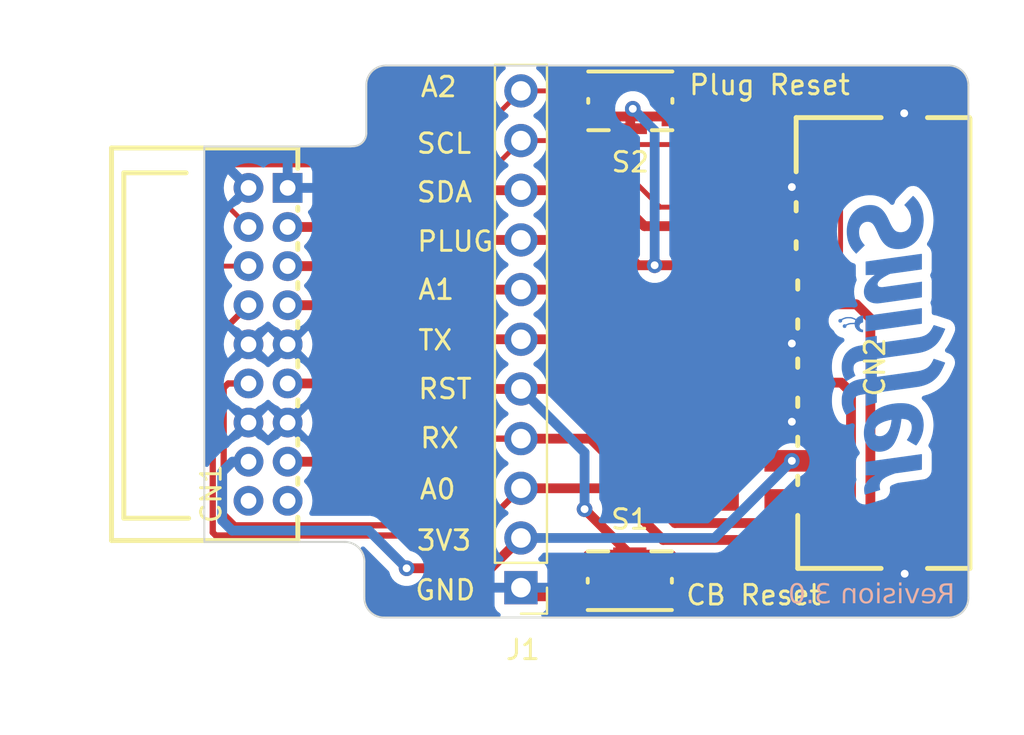
<source format=kicad_pcb>
(kicad_pcb (version 20221018) (generator pcbnew)
  (layers (0 "F.Cu" signal) (31 "B.Cu" signal) (34 "B.Paste" user) (35 "F.Paste" user) (36 "B.SilkS" user "B.Silkscreen") (37 "F.SilkS" user "F.Silkscreen") (38 "B.Mask" user) (39 "F.Mask" user) (44 "Edge.Cuts" user))
  (net 0 "")
  (net 3 "/RST")
  (net 4 "/3V3")
  (net 5 "GND")
  (net 6 "/SCL")
  (net 7 "/SDA")
  (net 8 "/A2")
  (net 9 "/PLUG")
  (net 10 "/A0")
  (net 11 "/A1")
  (net 12 "/RX")
  (net 13 "/TX")
  (footprint "Connector_PinHeader_2.54mm:PinHeader_1x11_P2.54mm_Vertical" (layer "F.Cu") (at 139.3698 67.31 180)
    (fp_text reference "J1")
    (fp_text value "Conn_01x11_Pin")
  )
  (footprint "DOWNLOADED:435441019830" (layer "F.Cu") (at 144.9578 42.418 180)
    (property "VALUE" "435441019830")
    (fp_text reference "S2")
    (fp_text value "435441019830")
  )
  (footprint "EASYEDA2KICAD:CONN-TH_X2026WR-2-09-N0SN" (layer "F.Cu") (at 126.4487 54.869 -90)
    (fp_text reference "CN1")
    (fp_text value "X2026WRS-2X09D-LPSW")
  )
  (footprint "EASYEDA2KICAD:CONN-SMD_X2026WRS-2X09D-LPSW" (layer "F.Cu") (at 154.0328 54.8254 90)
    (fp_text reference "CN2")
    (fp_text value "X2026WRS-2X09D-LPSW")
  )
  (footprint "DOWNLOADED:435441019830" (layer "F.Cu") (at 144.9324 66.9532)
    (property "VALUE" "435441019830")
    (fp_text reference "S1")
    (fp_text value "435441019830")
  )
  (footprint "LOGO" (layer "B.Cu") (at 158.2674 54.9148 -90)
    (fp_text reference "G***" hide)
    (fp_text value "LOGO" hide)
  )
  (gr_line (start 123.19 64.9732) (end 130.372948 64.9732) (stroke (width 0.1)) (layer "Edge.Cuts"))
  (gr_line (start 132.4704 40.6146) (end 161.2298 40.6146) (stroke (width 0.1)) (layer "Edge.Cuts"))
  (gr_line (start 130.836638 44.73953) (end 130.6576 44.7548) (stroke (width 0.1)) (layer "Edge.Cuts"))
  (gr_arc (start 130.372948 64.9732) (mid 131.080512 65.266551) (end 131.372947 65.974493) (stroke (width 0.1)) (layer "Edge.Cuts"))
  (gr_line (start 131.372947 65.974493) (end 131.370545 67.832258) (stroke (width 0.1)) (layer "Edge.Cuts"))
  (gr_arc (start 131.470399 44.0817) (mid 131.281685 44.534092) (end 130.836638 44.73953) (stroke (width 0.1)) (layer "Edge.Cuts"))
  (gr_line (start 132.370544 68.834) (end 161.2298 68.834) (stroke (width 0.1)) (layer "Edge.Cuts"))
  (gr_arc (start 161.2298 40.6146) (mid 161.936907 40.907493) (end 162.2298 41.6146) (stroke (width 0.1)) (layer "Edge.Cuts"))
  (gr_line (start 131.4704 41.6146) (end 131.4704 44.0817) (stroke (width 0.1)) (layer "Edge.Cuts"))
  (gr_line (start 123.19 44.7548) (end 130.6576 44.7548) (stroke (width 0.1)) (layer "Edge.Cuts"))
  (gr_arc (start 162.2298 67.834) (mid 161.936907 68.541107) (end 161.2298 68.834) (stroke (width 0.1)) (layer "Edge.Cuts"))
  (gr_line (start 162.2298 41.6146) (end 162.2298 67.834) (stroke (width 0.1)) (layer "Edge.Cuts"))
  (gr_arc (start 131.4704 41.6146) (mid 131.763293 40.907493) (end 132.4704 40.6146) (stroke (width 0.1)) (layer "Edge.Cuts"))
  (gr_line (start 123.19 44.7548) (end 123.19 64.9732) (stroke (width 0.1)) (layer "Edge.Cuts"))
  (gr_arc (start 132.370544 68.834) (mid 131.662822 68.540491) (end 131.370545 67.832258) (stroke (width 0.1)) (layer "Edge.Cuts"))
  (gr_text "Revision 3.0" (at 161.544 68.2752) (layer "B.SilkS") (effects (font (size 1 1)) (justify left bottom mirror)))
  (gr_text "3V3" (at 133.9596 65.4812) (layer "F.SilkS") (effects (font (size 1 1)) (justify left bottom)))
  (gr_text "CB Reset" (at 147.7264 68.2752) (layer "F.SilkS") (effects (font (size 1 1)) (justify left bottom)))
  (gr_text "TX" (at 134.0358 55.245) (layer "F.SilkS") (effects (font (size 1 1)) (justify left bottom)))
  (gr_text "PLUG" (at 133.985 50.1904) (layer "F.SilkS") (effects (font (size 1 1)) (justify left bottom)))
  (gr_text "RST\n" (at 134.0358 57.7342) (layer "F.SilkS") (effects (font (size 1 1)) (justify left bottom)))
  (gr_text "A2" (at 134.1628 42.291) (layer "F.SilkS") (effects (font (size 1 1)) (justify left bottom)))
  (gr_text "A0\n" (at 134.112 62.865) (layer "F.SilkS") (effects (font (size 1 1)) (justify left bottom)))
  (gr_text "Plug Reset" (at 147.8788 42.1894) (layer "F.SilkS") (effects (font (size 1 1)) (justify left bottom)))
  (gr_text "SDA" (at 133.9596 47.6758) (layer "F.SilkS") (effects (font (size 1 1)) (justify left bottom)))
  (gr_text "GND" (at 133.8834 68.0212) (layer "F.SilkS") (effects (font (size 1 1)) (justify left bottom)))
  (gr_text "A1" (at 134.0358 52.6542) (layer "F.SilkS") (effects (font (size 1 1)) (justify left bottom)))
  (gr_text "SCL\n" (at 133.9596 45.1866) (layer "F.SilkS") (effects (font (size 1 1)) (justify left bottom)))
  (gr_text "RX" (at 134.1374 60.2488) (layer "F.SilkS") (effects (font (size 1 1)) (justify left bottom)))
  (segment (start 145.89 60.8254) (end 142.2146 57.15) (width 0.5) (layer "F.Cu") (net 3))
  (segment (start 149.1028 60.8254) (end 145.89 60.8254) (width 0.5) (layer "F.Cu") (net 3))
  (segment (start 142.8824 65.7468) (end 146.9824 65.7468) (width 0.75) (layer "F.Cu") (net 3))
  (segment (start 142.2146 57.15) (end 139.3698 57.15) (width 0.5) (layer "F.Cu") (net 3))
  (segment (start 132.4716 60.869) (end 127.9567 60.869) (width 0.5) (layer "F.Cu") (net 3))
  (segment (start 144.8524 65.5282) (end 142.621 63.2968) (width 0.5) (layer "F.Cu") (net 3))
  (segment (start 136.2202 57.15) (end 132.4864 60.8838) (width 0.5) (layer "F.Cu") (net 3))
  (segment (start 139.3698 57.15) (end 136.2202 57.15) (width 0.5) (layer "F.Cu") (net 3))
  (segment (start 132.4864 60.8838) (end 132.4716 60.869) (width 0.5) (layer "F.Cu") (net 3))
  (segment (start 144.9324 65.5282) (end 144.8524 65.5282) (width 0.5) (layer "F.Cu") (net 3))
  (via (at 142.621 63.2968) (size 0.8) (drill 0.4) (layers "F.Cu" "B.Cu") (net 3))
  (segment (start 142.621 63.2968) (end 142.621 60.4012) (width 0.5) (layer "B.Cu") (net 3))
  (segment (start 142.621 60.4012) (end 139.3698 57.15) (width 0.5) (layer "B.Cu") (net 3))
  (segment (start 137.8204 66.3194) (end 133.5278 66.3194) (width 0.5) (layer "F.Cu") (net 4))
  (segment (start 139.3698 64.77) (end 137.8204 66.3194) (width 0.5) (layer "F.Cu") (net 4))
  (via (at 133.5278 66.3194) (size 0.8) (drill 0.4) (layers "F.Cu" "B.Cu") (net 4))
  (via (at 153.2128 60.8254) (size 0.8) (drill 0.4) (layers "F.Cu" "B.Cu") (net 4))
  (segment (start 139.3698 64.77) (end 149.2682 64.77) (width 0.5) (layer "B.Cu") (net 4))
  (segment (start 124.1044 63.881) (end 124.6124 64.389) (width 0.5) (layer "B.Cu") (net 4))
  (segment (start 124.1044 61.3918) (end 124.1044 63.881) (width 0.5) (layer "B.Cu") (net 4))
  (segment (start 131.5974 64.389) (end 133.5278 66.3194) (width 0.5) (layer "B.Cu") (net 4))
  (segment (start 124.6124 64.389) (end 131.5974 64.389) (width 0.5) (layer "B.Cu") (net 4))
  (segment (start 125.9567 60.869) (end 124.6272 60.869) (width 0.5) (layer "B.Cu") (net 4))
  (segment (start 124.6272 60.869) (end 124.1044 61.3918) (width 0.5) (layer "B.Cu") (net 4))
  (segment (start 149.2682 64.77) (end 153.2128 60.8254) (width 0.5) (layer "B.Cu") (net 4))
  (segment (start 142.8824 67.7532) (end 146.9824 67.7532) (width 0.5) (layer "F.Cu") (net 5))
  (segment (start 158.9608 43.0454) (end 158.9532 43.053) (width 0.25) (layer "F.Cu") (net 5))
  (segment (start 157.5354 41.618) (end 158.9628 43.0454) (width 0.5) (layer "F.Cu") (net 5))
  (segment (start 142.8824 67.7532) (end 139.813 67.7532) (width 0.5) (layer "F.Cu") (net 5))
  (segment (start 153.2128 54.8254) (end 149.1028 54.8254) (width 1) (layer "F.Cu") (net 5))
  (segment (start 139.813 67.7532) (end 139.3698 67.31) (width 0.5) (layer "F.Cu") (net 5))
  (segment (start 142.9078 41.618) (end 147.0078 41.618) (width 0.5) (layer "F.Cu") (net 5))
  (segment (start 158.9628 43.0454) (end 158.9608 43.0454) (width 0.25) (layer "F.Cu") (net 5))
  (segment (start 153.2128 58.8254) (end 149.1028 58.8254) (width 1) (layer "F.Cu") (net 5))
  (segment (start 157.815 67.7532) (end 158.9628 66.6054) (width 0.5) (layer "F.Cu") (net 5))
  (segment (start 158.9628 66.6054) (end 158.972 66.6054) (width 0.25) (layer "F.Cu") (net 5))
  (segment (start 158.972 66.6054) (end 158.9786 66.5988) (width 0.25) (layer "F.Cu") (net 5))
  (segment (start 147.0078 41.618) (end 157.5354 41.618) (width 0.5) (layer "F.Cu") (net 5))
  (segment (start 149.1028 46.8254) (end 153.2128 46.8254) (width 0.75) (layer "F.Cu") (net 5))
  (segment (start 146.9824 67.7532) (end 157.815 67.7532) (width 0.5) (layer "F.Cu") (net 5))
  (via (at 153.2128 46.8254) (size 0.8) (drill 0.4) (layers "F.Cu" "B.Cu") (net 5))
  (via (at 153.2128 54.8254) (size 0.8) (drill 0.4) (layers "F.Cu" "B.Cu") (net 5))
  (via (at 158.9786 66.5988) (size 0.8) (drill 0.4) (layers "F.Cu" "B.Cu") (net 5))
  (via (at 158.9532 43.053) (size 0.8) (drill 0.4) (layers "F.Cu" "B.Cu") (net 5))
  (via (at 153.2128 58.8254) (size 0.8) (drill 0.4) (layers "F.Cu" "B.Cu") (net 5))
  (segment (start 123.9702 47.3905) (end 125.4487 48.869) (width 0.25) (layer "F.Cu") (net 6))
  (segment (start 123.9702 45.8796) (end 123.9702 47.3905) (width 0.25) (layer "F.Cu") (net 6))
  (segment (start 138.1252 45.6946) (end 124.1552 45.6946) (width 0.25) (layer "F.Cu") (net 6))
  (segment (start 152.0256 48.8254) (end 153.2128 48.8254) (width 0.25) (layer "F.Cu") (net 6))
  (segment (start 140.8176 44.45) (end 141.7066 45.339) (width 0.25) (layer "F.Cu") (net 6))
  (segment (start 143.9672 45.339) (end 146.4818 47.8536) (width 0.25) (layer "F.Cu") (net 6))
  (segment (start 139.3698 44.45) (end 140.8176 44.45) (width 0.25) (layer "F.Cu") (net 6))
  (segment (start 141.7066 45.339) (end 143.9672 45.339) (width 0.25) (layer "F.Cu") (net 6))
  (segment (start 139.3698 44.45) (end 138.1252 45.6946) (width 0.25) (layer "F.Cu") (net 6))
  (segment (start 124.1552 45.6946) (end 123.9702 45.8796) (width 0.25) (layer "F.Cu") (net 6))
  (segment (start 146.4818 47.8536) (end 151.0538 47.8536) (width 0.25) (layer "F.Cu") (net 6))
  (segment (start 151.0538 47.8536) (end 152.0256 48.8254) (width 0.25) (layer "F.Cu") (net 6))
  (segment (start 139.3698 46.99) (end 137.8204 46.99) (width 0.5) (layer "F.Cu") (net 7))
  (segment (start 143.8402 46.99) (end 139.3698 46.99) (width 0.5) (layer "F.Cu") (net 7))
  (segment (start 145.6756 48.8254) (end 143.8402 46.99) (width 0.5) (layer "F.Cu") (net 7))
  (segment (start 137.8204 46.99) (end 135.9414 48.869) (width 0.5) (layer "F.Cu") (net 7))
  (segment (start 149.1028 48.8254) (end 145.6756 48.8254) (width 0.5) (layer "F.Cu") (net 7))
  (segment (start 135.9414 48.869) (end 127.9567 48.869) (width 0.5) (layer "F.Cu") (net 7))
  (segment (start 155.702 45.2882) (end 155.702 50.292) (width 0.25) (layer "F.Cu") (net 8))
  (segment (start 123.767 45.2446) (end 123.5202 45.4914) (width 0.25) (layer "F.Cu") (net 8))
  (segment (start 123.5202 50.292) (end 124.0972 50.869) (width 0.25) (layer "F.Cu") (net 8))
  (segment (start 142.3416 44.6532) (end 155.067 44.6532) (width 0.25) (layer "F.Cu") (net 8))
  (segment (start 141.8844 44.196) (end 142.3416 44.6532) (width 0.25) (layer "F.Cu") (net 8))
  (segment (start 155.067 50.8254) (end 153.2128 50.8254) (width 0.25) (layer "F.Cu") (net 8))
  (segment (start 139.3698 41.91) (end 136.0352 45.2446) (width 0.25) (layer "F.Cu") (net 8))
  (segment (start 123.5202 45.4914) (end 123.5202 50.292) (width 0.25) (layer "F.Cu") (net 8))
  (segment (start 155.1178 50.8762) (end 155.067 50.8254) (width 0.25) (layer "F.Cu") (net 8))
  (segment (start 139.3698 41.91) (end 141.3764 41.91) (width 0.25) (layer "F.Cu") (net 8))
  (segment (start 141.3764 41.91) (end 141.8844 42.418) (width 0.25) (layer "F.Cu") (net 8))
  (segment (start 124.0972 50.869) (end 125.4487 50.869) (width 0.25) (layer "F.Cu") (net 8))
  (segment (start 136.0352 45.2446) (end 123.767 45.2446) (width 0.25) (layer "F.Cu") (net 8))
  (segment (start 141.8844 42.418) (end 141.8844 44.196) (width 0.25) (layer "F.Cu") (net 8))
  (segment (start 155.702 50.292) (end 155.1178 50.8762) (width 0.25) (layer "F.Cu") (net 8))
  (segment (start 155.067 44.6532) (end 155.702 45.2882) (width 0.25) (layer "F.Cu") (net 8))
  (segment (start 137.16 49.53) (end 135.821 50.869) (width 0.5) (layer "F.Cu") (net 9))
  (segment (start 142.9078 43.218) (end 147.0078 43.218) (width 0.5) (layer "F.Cu") (net 9))
  (segment (start 135.821 50.869) (end 127.9567 50.869) (width 0.5) (layer "F.Cu") (net 9))
  (segment (start 145.3388 50.8254) (end 144.0434 49.53) (width 0.5) (layer "F.Cu") (net 9))
  (segment (start 144.0434 49.53) (end 139.3698 49.53) (width 0.5) (layer "F.Cu") (net 9))
  (segment (start 144.9578 42.9514) (end 145.0848 42.8244) (width 0.5) (layer "F.Cu") (net 9))
  (segment (start 149.1028 50.8254) (end 145.3388 50.8254) (width 0.5) (layer "F.Cu") (net 9))
  (segment (start 144.9578 43.843) (end 144.9578 42.9514) (width 0.5) (layer "F.Cu") (net 9))
  (segment (start 139.3698 49.53) (end 137.16 49.53) (width 0.5) (layer "F.Cu") (net 9))
  (via (at 146.2024 50.8254) (size 0.8) (drill 0.4) (layers "F.Cu" "B.Cu") (net 9))
  (via (at 145.0848 42.8244) (size 0.8) (drill 0.4) (layers "F.Cu" "B.Cu") (net 9))
  (segment (start 146.2024 43.942) (end 145.0848 42.8244) (width 0.5) (layer "B.Cu") (net 9))
  (segment (start 146.2024 50.8254) (end 146.2024 43.942) (width 0.5) (layer "B.Cu") (net 9))
  (segment (start 143.9926 62.23) (end 139.3698 62.23) (width 0.5) (layer "F.Cu") (net 10))
  (segment (start 153.2128 52.8254) (end 156.5082 52.8254) (width 0.5) (layer "F.Cu") (net 10))
  (segment (start 136.9568 64.643) (end 123.7742 64.643) (width 0.32) (layer "F.Cu") (net 10))
  (segment (start 146.6342 64.8716) (end 143.9926 62.23) (width 0.5) (layer "F.Cu") (net 10))
  (segment (start 123.6218 54.6959) (end 125.4487 52.869) (width 0.32) (layer "F.Cu") (net 10))
  (segment (start 123.7742 64.643) (end 123.6218 64.4906) (width 0.32) (layer "F.Cu") (net 10))
  (segment (start 156.5082 52.8254) (end 157.226 53.5432) (width 0.5) (layer "F.Cu") (net 10))
  (segment (start 157.226 53.5432) (end 157.226 63.3476) (width 0.5) (layer "F.Cu") (net 10))
  (segment (start 123.6218 64.4906) (end 123.6218 54.6959) (width 0.32) (layer "F.Cu") (net 10))
  (segment (start 139.3698 62.23) (end 136.9568 64.643) (width 0.32) (layer "F.Cu") (net 10))
  (segment (start 157.226 63.3476) (end 155.702 64.8716) (width 0.5) (layer "F.Cu") (net 10))
  (segment (start 155.702 64.8716) (end 146.6342 64.8716) (width 0.5) (layer "F.Cu") (net 10))
  (segment (start 143.51 52.07) (end 139.3698 52.07) (width 0.5) (layer "F.Cu") (net 11))
  (segment (start 139.3698 52.07) (end 135.1026 52.07) (width 0.5) (layer "F.Cu") (net 11))
  (segment (start 134.3036 52.869) (end 127.9567 52.869) (width 0.5) (layer "F.Cu") (net 11))
  (segment (start 135.1026 52.07) (end 134.3036 52.869) (width 0.5) (layer "F.Cu") (net 11))
  (segment (start 144.2654 52.8254) (end 143.51 52.07) (width 0.5) (layer "F.Cu") (net 11))
  (segment (start 149.1028 52.8254) (end 144.2654 52.8254) (width 0.5) (layer "F.Cu") (net 11))
  (segment (start 142.9258 59.69) (end 139.3698 59.69) (width 0.5) (layer "F.Cu") (net 12))
  (segment (start 124.7528 64.123) (end 132.6254 64.123) (width 0.32) (layer "F.Cu") (net 12))
  (segment (start 124.1806 63.5508) (end 124.7528 64.123) (width 0.32) (layer "F.Cu") (net 12))
  (segment (start 132.6254 64.123) (end 137.0584 59.69) (width 0.32) (layer "F.Cu") (net 12))
  (segment (start 125.9567 56.869) (end 124.4108 56.869) (width 0.32) (layer "F.Cu") (net 12))
  (segment (start 147.2438 64.008) (end 142.9258 59.69) (width 0.5) (layer "F.Cu") (net 12))
  (segment (start 155.2702 64.008) (end 147.2438 64.008) (width 0.5) (layer "F.Cu") (net 12))
  (segment (start 155.733 56.8254) (end 156.2354 57.3278) (width 0.5) (layer "F.Cu") (net 12))
  (segment (start 156.2354 57.3278) (end 156.2354 63.0428) (width 0.5) (layer "F.Cu") (net 12))
  (segment (start 137.0584 59.69) (end 139.3698 59.69) (width 0.32) (layer "F.Cu") (net 12))
  (segment (start 124.4108 56.869) (end 124.1806 57.0992) (width 0.32) (layer "F.Cu") (net 12))
  (segment (start 153.2128 56.8254) (end 155.733 56.8254) (width 0.5) (layer "F.Cu") (net 12))
  (segment (start 156.2354 63.0428) (end 155.2702 64.008) (width 0.5) (layer "F.Cu") (net 12))
  (segment (start 124.1806 57.0992) (end 124.1806 63.5508) (width 0.32) (layer "F.Cu") (net 12))
  (segment (start 132.488 56.869) (end 127.9567 56.869) (width 0.5) (layer "F.Cu") (net 13))
  (segment (start 139.3698 54.61) (end 134.747 54.61) (width 0.5) (layer "F.Cu") (net 13))
  (segment (start 134.747 54.61) (end 132.488 56.869) (width 0.5) (layer "F.Cu") (net 13))
  (segment (start 145.319 56.8254) (end 143.1036 54.61) (width 0.5) (layer "F.Cu") (net 13))
  (segment (start 143.1036 54.61) (end 139.3698 54.61) (width 0.5) (layer "F.Cu") (net 13))
  (segment (start 149.1028 56.8254) (end 145.319 56.8254) (width 0.5) (layer "F.Cu") (net 13))
  (zone (net 5) (net_name "GND") (layer "B.Cu") (connect_pads (clearance 0.5)) (min_thickness 0.25) (fill yes (thermal_gap 0.5) (thermal_bridge_width 0.5) (smoothing chamfer))
    (polygon (pts (xy 112.8268 37.6174) (xy 112.7506 73.4568) (xy 165.0746 74.8538) (xy 164.5412 37.2618)))
  )
)
</source>
